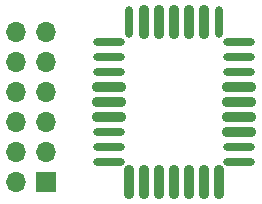
<source format=gbr>
%TF.GenerationSoftware,KiCad,Pcbnew,7.0.1*%
%TF.CreationDate,2023-07-22T00:41:28+01:00*%
%TF.ProjectId,pcb,7063622e-6b69-4636-9164-5f7063625858,rev?*%
%TF.SameCoordinates,Original*%
%TF.FileFunction,Soldermask,Top*%
%TF.FilePolarity,Negative*%
%FSLAX46Y46*%
G04 Gerber Fmt 4.6, Leading zero omitted, Abs format (unit mm)*
G04 Created by KiCad (PCBNEW 7.0.1) date 2023-07-22 00:41:28*
%MOMM*%
%LPD*%
G01*
G04 APERTURE LIST*
%ADD10O,0.899160X2.898140*%
%ADD11O,2.700020X0.701040*%
%ADD12O,2.898140X0.899160*%
%ADD13O,0.701040X2.700020*%
%ADD14R,1.700000X1.700000*%
%ADD15O,1.700000X1.700000*%
G04 APERTURE END LIST*
D10*
%TO.C,PLCC32*%
X144780000Y-115570000D03*
X146050000Y-115570000D03*
X147320000Y-115570000D03*
X148590000Y-115570000D03*
D11*
X150279100Y-113880900D03*
X150279100Y-112610900D03*
D12*
X150279100Y-111340900D03*
X150279100Y-110070900D03*
X150279100Y-108800900D03*
X150279100Y-107530900D03*
D11*
X150279100Y-106260900D03*
X150279100Y-104990900D03*
X150279100Y-103720900D03*
D13*
X148590000Y-102031800D03*
D10*
X147320000Y-102031800D03*
X146050000Y-102031800D03*
X144780000Y-102031800D03*
X143510000Y-102031800D03*
X142240000Y-102031800D03*
D13*
X140970000Y-102031800D03*
D11*
X139280900Y-103720900D03*
X139280900Y-104990900D03*
X139280900Y-106260900D03*
D12*
X139280900Y-107530900D03*
X139280900Y-108800900D03*
X139280900Y-110070900D03*
D11*
X139280900Y-111340900D03*
X139280900Y-112610900D03*
X139280900Y-113880900D03*
D10*
X140970000Y-115570000D03*
X142240000Y-115570000D03*
X143510000Y-115570000D03*
%TD*%
D14*
%TO.C,REF\u002A\u002A*%
X133985000Y-115570000D03*
D15*
X131445000Y-115570000D03*
X133985000Y-113030000D03*
X131445000Y-113030000D03*
X133985000Y-110490000D03*
X131445000Y-110490000D03*
X133985000Y-107950000D03*
X131445000Y-107950000D03*
X133985000Y-105410000D03*
X131445000Y-105410000D03*
X133985000Y-102870000D03*
X131445000Y-102870000D03*
%TD*%
M02*

</source>
